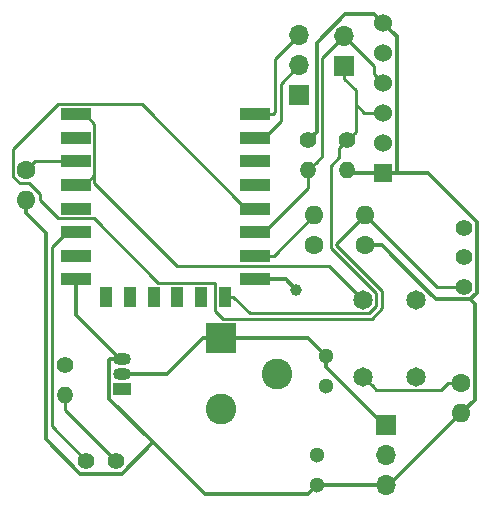
<source format=gtl>
G04 #@! TF.GenerationSoftware,KiCad,Pcbnew,(5.1.0)-1*
G04 #@! TF.CreationDate,2019-06-21T08:53:03-04:00*
G04 #@! TF.ProjectId,TempLogger2,54656d70-4c6f-4676-9765-72322e6b6963,rev?*
G04 #@! TF.SameCoordinates,Original*
G04 #@! TF.FileFunction,Copper,L1,Top*
G04 #@! TF.FilePolarity,Positive*
%FSLAX46Y46*%
G04 Gerber Fmt 4.6, Leading zero omitted, Abs format (unit mm)*
G04 Created by KiCad (PCBNEW (5.1.0)-1) date 2019-06-21 08:53:03*
%MOMM*%
%LPD*%
G04 APERTURE LIST*
%ADD10O,1.700000X1.700000*%
%ADD11R,1.700000X1.700000*%
%ADD12C,1.600000*%
%ADD13O,1.600000X1.600000*%
%ADD14R,1.524000X1.524000*%
%ADD15C,1.524000*%
%ADD16C,1.400000*%
%ADD17C,1.650000*%
%ADD18C,1.300000*%
%ADD19R,2.500000X1.000000*%
%ADD20R,1.000000X1.800000*%
%ADD21O,1.500000X1.050000*%
%ADD22R,1.500000X1.050000*%
%ADD23R,2.600000X2.600000*%
%ADD24C,2.600000*%
%ADD25C,1.416000*%
%ADD26O,1.400000X1.400000*%
%ADD27C,1.000000*%
%ADD28C,0.300000*%
%ADD29C,0.250000*%
G04 APERTURE END LIST*
D10*
X152919000Y-83254201D03*
D11*
X152919000Y-85794201D03*
D12*
X125995000Y-94627200D03*
D13*
X125995000Y-97167200D03*
D14*
X156221000Y-94881200D03*
D15*
X156221000Y-92341200D03*
X156221000Y-89801200D03*
X156221000Y-87261200D03*
X156221000Y-84721200D03*
X156221000Y-82181200D03*
D16*
X163079000Y-99493200D03*
X163079000Y-101993200D03*
X163079000Y-104493200D03*
D17*
X158979000Y-105601200D03*
X158979000Y-112101200D03*
X154479000Y-105601200D03*
X154479000Y-112101200D03*
D18*
X150633000Y-118776200D03*
X150633000Y-121276200D03*
D19*
X145367400Y-89882600D03*
X145367400Y-91882600D03*
X145367400Y-93882600D03*
X145367400Y-95882600D03*
X145367400Y-97882600D03*
X145367400Y-99882600D03*
X145367400Y-101882600D03*
X145367400Y-103882600D03*
D20*
X142767400Y-105382600D03*
X140767400Y-105382600D03*
X138767400Y-105382600D03*
X136767400Y-105382600D03*
X134767400Y-105382600D03*
X132767400Y-105382600D03*
D19*
X130167400Y-103882600D03*
X130167400Y-101882600D03*
X130167400Y-99882600D03*
X130167400Y-97882600D03*
X130167400Y-95882600D03*
X130167400Y-93882600D03*
X130167400Y-91882600D03*
X130167400Y-89882600D03*
D21*
X134123000Y-111899200D03*
X134123000Y-110629200D03*
D22*
X134123000Y-113169200D03*
D23*
X142505000Y-108851200D03*
D24*
X142505000Y-114851200D03*
X147205000Y-111851200D03*
D25*
X133615000Y-119265200D03*
X131075000Y-119265200D03*
D26*
X153173000Y-94627200D03*
D16*
X153173000Y-92087200D03*
D26*
X149871000Y-94627200D03*
D16*
X149871000Y-92087200D03*
D13*
X162825000Y-115201200D03*
D12*
X162825000Y-112661200D03*
D13*
X154697000Y-98437200D03*
D12*
X154697000Y-100977200D03*
X150379000Y-100977200D03*
D13*
X150379000Y-98437200D03*
D16*
X129297000Y-111137200D03*
D26*
X129297000Y-113677200D03*
D11*
X156475000Y-116217200D03*
D10*
X156475000Y-118757200D03*
X156475000Y-121297200D03*
X149109000Y-83214201D03*
X149109000Y-85754201D03*
D11*
X149109000Y-88294201D03*
D18*
X151395000Y-110395200D03*
X151395000Y-112895200D03*
D27*
X148855000Y-104787200D03*
D28*
X145367400Y-103882600D02*
X147950400Y-103882600D01*
X147950400Y-103882600D02*
X148855000Y-104787200D01*
X142799000Y-109145200D02*
X142505000Y-108851200D01*
X135173000Y-111899200D02*
X134123000Y-111899200D01*
X137857000Y-111899200D02*
X135173000Y-111899200D01*
X140905000Y-108851200D02*
X137857000Y-111899200D01*
X142505000Y-108851200D02*
X140905000Y-108851200D01*
X151395000Y-111314438D02*
X151395000Y-110395200D01*
X156297762Y-116217200D02*
X151395000Y-111314438D01*
X156475000Y-116217200D02*
X156297762Y-116217200D01*
X149851000Y-108851200D02*
X142505000Y-108851200D01*
X151395000Y-110395200D02*
X149851000Y-108851200D01*
X149850000Y-122059200D02*
X150633000Y-121276200D01*
X155828370Y-100977200D02*
X154697000Y-100977200D01*
X156094002Y-100977200D02*
X155828370Y-100977200D01*
X160277990Y-105161188D02*
X156094002Y-100977200D01*
X160021002Y-94881200D02*
X157283000Y-94881200D01*
X164129001Y-98989199D02*
X160021002Y-94881200D01*
X164129001Y-104997201D02*
X164129001Y-98989199D01*
X163583001Y-105543201D02*
X164129001Y-104997201D01*
X160653000Y-105543201D02*
X163583001Y-105543201D01*
X156086999Y-100977200D02*
X160653000Y-105543201D01*
X154697000Y-100977200D02*
X156086999Y-100977200D01*
X153427000Y-94881200D02*
X153173000Y-94627200D01*
X156221000Y-94881200D02*
X153427000Y-94881200D01*
X141107998Y-122059200D02*
X149617000Y-122059200D01*
X133022999Y-110679201D02*
X133022999Y-113974201D01*
X133073000Y-110629200D02*
X133022999Y-110679201D01*
X134123000Y-110629200D02*
X133073000Y-110629200D01*
X149617000Y-122059200D02*
X149850000Y-122059200D01*
X146603000Y-122059200D02*
X149617000Y-122059200D01*
X156982999Y-82943199D02*
X156221000Y-82181200D01*
X157333001Y-83293201D02*
X156982999Y-82943199D01*
X157333001Y-94831199D02*
X157333001Y-83293201D01*
X157283000Y-94881200D02*
X157333001Y-94831199D01*
X156221000Y-94881200D02*
X157283000Y-94881200D01*
X133898000Y-110629200D02*
X134123000Y-110629200D01*
X130167400Y-106898600D02*
X133898000Y-110629200D01*
X130167400Y-103882600D02*
X130167400Y-106898600D01*
X134080999Y-120323201D02*
X136726499Y-117677701D01*
X130567159Y-120323201D02*
X134080999Y-120323201D01*
X127667380Y-117423422D02*
X130567159Y-120323201D01*
X127667380Y-99970950D02*
X127667380Y-117423422D01*
X125995000Y-98298570D02*
X127667380Y-99970950D01*
X125995000Y-97167200D02*
X125995000Y-98298570D01*
X133022999Y-113974201D02*
X136726499Y-117677701D01*
X136726499Y-117677701D02*
X141107998Y-122059200D01*
X156454000Y-121276200D02*
X156475000Y-121297200D01*
X150633000Y-121276200D02*
X156454000Y-121276200D01*
X156729000Y-121297200D02*
X156475000Y-121297200D01*
X162825000Y-115201200D02*
X156729000Y-121297200D01*
X163975001Y-105935201D02*
X163583001Y-105543201D01*
X163975001Y-114051199D02*
X163975001Y-105935201D01*
X162825000Y-115201200D02*
X163975001Y-114051199D01*
X150570999Y-91387201D02*
X149871000Y-92087200D01*
X150570999Y-83826200D02*
X150570999Y-91387201D01*
X152977998Y-81419201D02*
X150570999Y-83826200D01*
X155459001Y-81419201D02*
X152977998Y-81419201D01*
X156221000Y-82181200D02*
X155459001Y-81419201D01*
D29*
X146117400Y-99882600D02*
X145367400Y-99882600D01*
X149871000Y-96129000D02*
X146117400Y-99882600D01*
X149871000Y-94627200D02*
X149871000Y-96129000D01*
X153768999Y-84104200D02*
X152919000Y-83254201D01*
X155459001Y-85794202D02*
X153768999Y-84104200D01*
X155459001Y-86499201D02*
X155459001Y-85794202D01*
X156221000Y-87261200D02*
X155459001Y-86499201D01*
X150570999Y-93927201D02*
X149871000Y-94627200D01*
X151046009Y-93452191D02*
X150570999Y-93927201D01*
X151046009Y-85127192D02*
X151046009Y-93452191D01*
X152919000Y-83254201D02*
X151046009Y-85127192D01*
X143517400Y-105382600D02*
X142767400Y-105382600D01*
X155031001Y-106751201D02*
X144886001Y-106751201D01*
X144886001Y-106751201D02*
X143517400Y-105382600D01*
X155629001Y-105049199D02*
X155629001Y-106153201D01*
X151771802Y-101192000D02*
X155629001Y-105049199D01*
X151771802Y-94243400D02*
X151771802Y-101192000D01*
X155629001Y-106153201D02*
X155031001Y-106751201D01*
X152473001Y-93542201D02*
X151771802Y-94243400D01*
X152473001Y-92787199D02*
X152473001Y-93542201D01*
X153173000Y-92087200D02*
X152473001Y-92787199D01*
X155143370Y-89801200D02*
X156221000Y-89801200D01*
X153173000Y-92087200D02*
X153872999Y-91387201D01*
X153872999Y-87848200D02*
X153872999Y-89609201D01*
X152919000Y-86894201D02*
X153872999Y-87848200D01*
X152919000Y-85794201D02*
X152919000Y-86894201D01*
X153872999Y-91387201D02*
X153872999Y-89609201D01*
X153872999Y-89609201D02*
X153872999Y-89061199D01*
X154613000Y-89801200D02*
X156221000Y-89801200D01*
X153872999Y-89061199D02*
X154613000Y-89801200D01*
X155303999Y-112926199D02*
X154479000Y-112101200D01*
X155629001Y-113251201D02*
X155303999Y-112926199D01*
X161103629Y-113251201D02*
X155629001Y-113251201D01*
X161693630Y-112661200D02*
X161103629Y-113251201D01*
X162825000Y-112661200D02*
X161693630Y-112661200D01*
X126739600Y-93882600D02*
X125995000Y-94627200D01*
X130167400Y-93882600D02*
X126739600Y-93882600D01*
X160753000Y-104493200D02*
X154697000Y-98437200D01*
X163079000Y-104493200D02*
X160753000Y-104493200D01*
X135792399Y-89057599D02*
X144617400Y-97882600D01*
X124869999Y-92844999D02*
X128657399Y-89057599D01*
X124869999Y-95167201D02*
X124869999Y-92844999D01*
X152221812Y-100912388D02*
X152221812Y-101005600D01*
X127120001Y-97170203D02*
X127120001Y-96627199D01*
X125454999Y-95752201D02*
X124869999Y-95167201D01*
X152221812Y-101005600D02*
X156079011Y-104862799D01*
X156079011Y-104862799D02*
X156079010Y-106339602D01*
X156079010Y-106339602D02*
X155217401Y-107201211D01*
X128657399Y-89057599D02*
X135792399Y-89057599D01*
X155217401Y-107201211D02*
X142601009Y-107201211D01*
X131677401Y-98707601D02*
X128657399Y-98707601D01*
X142601009Y-107201211D02*
X141942399Y-106542601D01*
X141942399Y-104222599D02*
X141877399Y-104157599D01*
X141942399Y-106542601D02*
X141942399Y-104222599D01*
X127120001Y-96627199D02*
X126245003Y-95752201D01*
X154697000Y-98437200D02*
X152221812Y-100912388D01*
X141877399Y-104157599D02*
X137127399Y-104157599D01*
X128657399Y-98707601D02*
X127120001Y-97170203D01*
X144617400Y-97882600D02*
X145367400Y-97882600D01*
X137127399Y-104157599D02*
X131677401Y-98707601D01*
X126245003Y-95752201D02*
X125454999Y-95752201D01*
X146933600Y-101882600D02*
X145367400Y-101882600D01*
X150379000Y-98437200D02*
X146933600Y-101882600D01*
X146117400Y-91882600D02*
X145367400Y-91882600D01*
X147527010Y-90472990D02*
X146117400Y-91882600D01*
X147527010Y-87336191D02*
X147527010Y-90472990D01*
X149109000Y-85754201D02*
X147527010Y-87336191D01*
X145367400Y-89882600D02*
X146117400Y-89882600D01*
X146867400Y-89882600D02*
X145367400Y-89882600D01*
X147077000Y-89673000D02*
X146867400Y-89882600D01*
X147077000Y-85246201D02*
X147077000Y-89673000D01*
X149109000Y-83214201D02*
X147077000Y-85246201D01*
X154479000Y-105601200D02*
X151585401Y-102707601D01*
X130917400Y-89882600D02*
X130167400Y-89882600D01*
X131742401Y-90707601D02*
X130917400Y-89882600D01*
X130917400Y-95882600D02*
X131742401Y-95057599D01*
X130167400Y-95882600D02*
X130917400Y-95882600D01*
X131742401Y-95707403D02*
X131742401Y-93959799D01*
X138742599Y-102707601D02*
X131742401Y-95707403D01*
X131742401Y-93959799D02*
X131742401Y-90707601D01*
X131742401Y-95057599D02*
X131742401Y-93959799D01*
X151585401Y-102707601D02*
X138742599Y-102707601D01*
X129297000Y-114947200D02*
X133615000Y-119265200D01*
X129297000Y-113677200D02*
X129297000Y-114947200D01*
X129417400Y-99882600D02*
X130167400Y-99882600D01*
X128142390Y-101157610D02*
X129417400Y-99882600D01*
X128142390Y-116332590D02*
X128142390Y-101157610D01*
X131075000Y-119265200D02*
X128142390Y-116332590D01*
M02*

</source>
